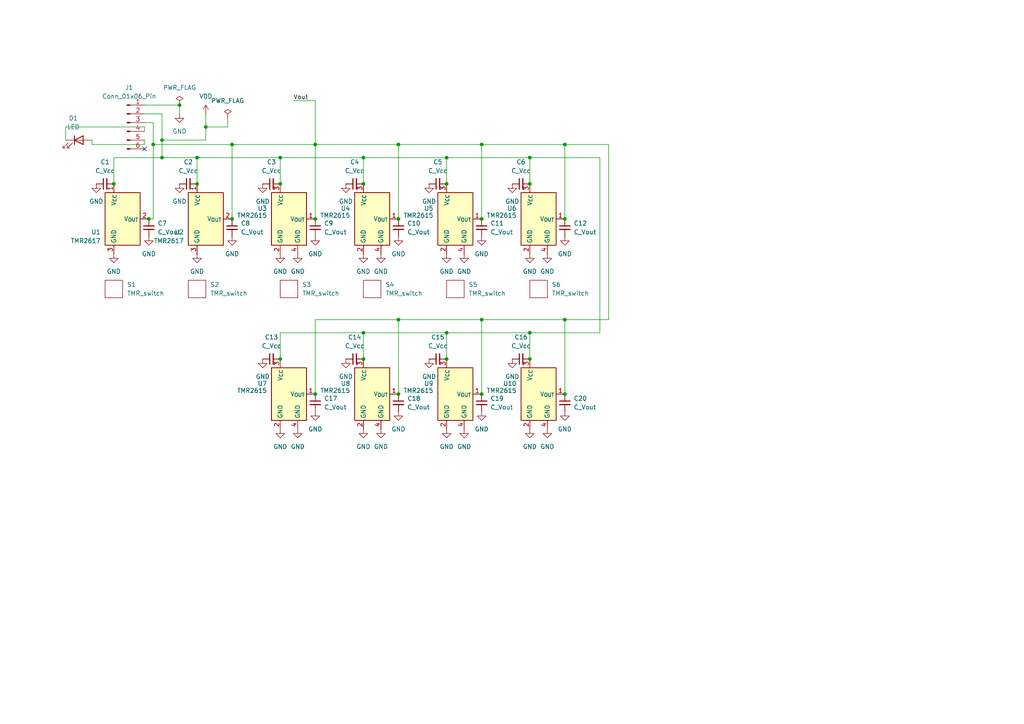
<source format=kicad_sch>
(kicad_sch (version 20250114) (generator "eeschema") (generator_version "9.0")
  (paper "A4")
  (lib_symbols
    (symbol "Connector:Conn_01x06_Pin" (pin_names (offset 1.016) (hide yes))
      (property "Reference" "J" (at 0 7.62 0))
      (property "Value" "Conn_01x06_Pin" (at 0 -10.16 0))
      (symbol "Conn_01x06_Pin_1_1"
        (rectangle (start 0.8636 5.207) (end 0 4.953) (stroke (width 0.1524)) (fill (type outline)))
        (rectangle (start 0.8636 2.667) (end 0 2.413) (stroke (width 0.1524)) (fill (type outline)))
        (rectangle (start 0.8636 0.127) (end 0 -0.127) (stroke (width 0.1524)) (fill (type outline)))
        (rectangle (start 0.8636 -2.413) (end 0 -2.667) (stroke (width 0.1524)) (fill (type outline)))
        (rectangle (start 0.8636 -4.953) (end 0 -5.207) (stroke (width 0.1524)) (fill (type outline)))
        (rectangle (start 0.8636 -7.493) (end 0 -7.747) (stroke (width 0.1524)) (fill (type outline)))
        (polyline (pts (xy 1.27 5.08) (xy 0.8636 5.08)) (stroke (width 0.1524)))
        (polyline (pts (xy 1.27 2.54) (xy 0.8636 2.54)) (stroke (width 0.1524)))
        (polyline (pts (xy 1.27 0) (xy 0.8636 0)) (stroke (width 0.1524)))
        (polyline (pts (xy 1.27 -2.54) (xy 0.8636 -2.54)) (stroke (width 0.1524)))
        (polyline (pts (xy 1.27 -5.08) (xy 0.8636 -5.08)) (stroke (width 0.1524)))
        (polyline (pts (xy 1.27 -7.62) (xy 0.8636 -7.62)) (stroke (width 0.1524)))
        (pin passive line (at 5.08 5.08 180) (length 3.81) (name "Pin_1") (number "1"))
        (pin passive line (at 5.08 2.54 180) (length 3.81) (name "Pin_2") (number "2"))
        (pin passive line (at 5.08 0 180) (length 3.81) (name "Pin_3") (number "3"))
        (pin passive line (at 5.08 -2.54 180) (length 3.81) (name "Pin_4") (number "4"))
        (pin passive line (at 5.08 -5.08 180) (length 3.81) (name "Pin_5") (number "5"))
        (pin passive line (at 5.08 -7.62 180) (length 3.81) (name "Pin_6") (number "6"))
      )
    )
    (symbol "Device:LED" (pin_numbers (hide yes)) (pin_names (offset 1.016) (hide yes))
      (property "Reference" "D" (at 0 2.54 0))
      (property "Value" "LED" (at 0 -2.54 0))
      (symbol "LED_0_1"
        (polyline (pts (xy -3.048 -0.762) (xy -4.572 -2.286) (xy -3.81 -2.286) (xy -4.572 -2.286) (xy -4.572 -1.524)))
        (polyline (pts (xy -1.778 -0.762) (xy -3.302 -2.286) (xy -2.54 -2.286) (xy -3.302 -2.286) (xy -3.302 -1.524)))
        (polyline (pts (xy -1.27 0) (xy 1.27 0)))
        (polyline (pts (xy -1.27 -1.27) (xy -1.27 1.27)) (stroke (width 0.254)))
        (polyline (pts (xy 1.27 -1.27) (xy 1.27 1.27) (xy -1.27 0) (xy 1.27 -1.27)) (stroke (width 0.254)))
      )
      (symbol "LED_1_1"
        (pin passive line (at -3.81 0 0) (length 2.54) (name "K") (number "1"))
        (pin passive line (at 3.81 0 180) (length 2.54) (name "A") (number "2"))
      )
    )
    (symbol "power:GND" (power) (pin_numbers (hide yes)) (pin_names (offset 0) (hide yes))
      (property "Value" "GND" (at 0 -3.81 0))
      (symbol "GND_0_1"
        (polyline (pts (xy 0 0) (xy 0 -1.27) (xy 1.27 -1.27) (xy 0 -2.54) (xy -1.27 -1.27) (xy 0 -1.27)))
      )
      (symbol "GND_1_1"
        (pin power_in line (at 0 0 270) (length 0) (name "~") (number "1"))
      )
    )
    (symbol "power:PWR_FLAG" (power) (pin_numbers (hide yes)) (pin_names (offset 0) (hide yes))
      (property "Value" "PWR_FLAG" (at 0 3.81 0))
      (symbol "PWR_FLAG_0_0"
        (pin power_out line (at 0 0 90) (length 0) (name "~") (number "1"))
      )
      (symbol "PWR_FLAG_0_1"
        (polyline (pts (xy 0 0) (xy 0 1.27) (xy -1.016 1.905) (xy 0 2.54) (xy 1.016 1.905) (xy 0 1.27)))
      )
    )
    (symbol "power:VDD" (power) (pin_numbers (hide yes)) (pin_names (offset 0) (hide yes))
      (property "Value" "VDD" (at 0 3.556 0))
      (symbol "VDD_0_1"
        (polyline (pts (xy -0.762 1.27) (xy 0 2.54)))
        (polyline (pts (xy 0 2.54) (xy 0.762 1.27)))
        (polyline (pts (xy 0 0) (xy 0 2.54)))
      )
      (symbol "VDD_1_1"
        (pin power_in line (at 0 0 90) (length 0) (name "~") (number "1"))
      )
    )
    (symbol "tmr-lib:C_Vcc" (pin_numbers (hide yes)) (pin_names (offset 0.254) (hide yes))
      (property "Reference" "C" (at 0.254 1.778 0))
      (property "Value" "C_Vcc" (at 0.254 -2.032 0))
      (symbol "C_Vcc_0_1"
        (polyline (pts (xy -1.524 0.508) (xy 1.524 0.508)) (stroke (width 0.3048)))
        (polyline (pts (xy -1.524 -0.508) (xy 1.524 -0.508)) (stroke (width 0.3302)))
      )
      (symbol "C_Vcc_1_1"
        (pin passive line (at 0 2.54 270) (length 2.032) (name "~") (number "1"))
        (pin passive line (at 0 -2.54 90) (length 2.032) (name "~") (number "2"))
      )
    )
    (symbol "tmr-lib:C_Vout" (pin_numbers (hide yes)) (pin_names (offset 0.254) (hide yes))
      (property "Reference" "C" (at 0.254 1.778 0))
      (property "Value" "C_Vout" (at 0.254 -2.032 0))
      (symbol "C_Vout_0_1"
        (polyline (pts (xy -1.524 0.508) (xy 1.524 0.508)) (stroke (width 0.3048)))
        (polyline (pts (xy -1.524 -0.508) (xy 1.524 -0.508)) (stroke (width 0.3302)))
      )
      (symbol "C_Vout_1_1"
        (pin passive line (at 0 2.54 270) (length 2.032) (name "~") (number "1"))
        (pin passive line (at 0 -2.54 90) (length 2.032) (name "~") (number "2"))
      )
    )
    (symbol "tmr-lib:TMR2615"
      (property "Reference" "U" (at 0 11.43 0))
      (property "Value" "TMR2615" (at 0 8.89 0))
      (symbol "TMR2615_0_1"
        (rectangle (start -5.08 7.62) (end 5.08 -7.62) (stroke (width 0.254)) (fill (type background)))
      )
      (symbol "TMR2615_1_1"
        (pin power_in line (at -2.54 10.16 270) (length 2.54) (name "V_{CC}") (number "3"))
        (pin power_in line (at -2.54 -10.16 90) (length 2.54) (name "GND") (number "2"))
        (pin power_in line (at 2.54 -10.16 90) (length 2.54) (name "GND") (number "4"))
        (pin open_collector line (at 7.62 0 180) (length 2.54) (name "V_{OUT}") (number "1"))
      )
    )
    (symbol "tmr-lib:TMR2617"
      (property "Reference" "U" (at 0 11.43 0))
      (property "Value" "TMR2617" (at 0 8.89 0))
      (symbol "TMR2617_0_1"
        (rectangle (start -5.08 7.62) (end 5.08 -7.62) (stroke (width 0.254)) (fill (type background)))
      )
      (symbol "TMR2617_1_1"
        (pin power_in line (at -2.54 10.16 270) (length 2.54) (name "V_{CC}") (number "1"))
        (pin power_in line (at -2.54 -10.16 90) (length 2.54) (name "GND") (number "3"))
        (pin open_collector line (at 7.62 0 180) (length 2.54) (name "V_{OUT}") (number "2"))
      )
    )
    (symbol "tmr-lib:TMR_switch"
      (property "Reference" "S" (at 0 3.81 0))
      (property "Value" "TMR_switch" (at 0 -3.81 0))
      (symbol "TMR_switch_0_1"
        (rectangle (start -2.54 2.54) (end 2.54 -2.54) (stroke (width 0.1524)))
      )
    )
  )
  (junction (at 139.7 41.91))
  (junction (at 105.41 96.52))
  (junction (at 105.41 53.34))
  (junction (at 67.31 41.91))
  (junction (at 139.7 114.3))
  (junction (at 129.54 53.34))
  (junction (at 81.28 104.14))
  (junction (at 153.67 53.34))
  (junction (at 91.44 114.3))
  (junction (at 33.02 53.34))
  (junction (at 163.83 63.5))
  (junction (at 163.83 92.71))
  (junction (at 52.07 30.48))
  (junction (at 129.54 104.14))
  (junction (at 91.44 63.5))
  (junction (at 153.67 96.52))
  (junction (at 115.57 41.91))
  (junction (at 44.45 41.91))
  (junction (at 43.18 63.5))
  (junction (at 129.54 45.72))
  (junction (at 46.99 45.72))
  (junction (at 139.7 63.5))
  (junction (at 115.57 63.5))
  (junction (at 163.83 114.3))
  (junction (at 153.67 45.72))
  (junction (at 163.83 41.91))
  (junction (at 46.99 40.64))
  (junction (at 115.57 114.3))
  (junction (at 139.7 92.71))
  (junction (at 115.57 92.71))
  (junction (at 59.69 36.83))
  (junction (at 91.44 41.91))
  (junction (at 81.28 45.72))
  (junction (at 153.67 104.14))
  (junction (at 67.31 63.5))
  (junction (at 129.54 96.52))
  (junction (at 105.41 104.14))
  (junction (at 57.15 53.34))
  (junction (at 105.41 45.72))
  (junction (at 81.28 53.34))
  (junction (at 57.15 45.72))
  (no_connect (at 41.91 43.18))
  (wire (pts (xy 115.57 92.71) (xy 139.7 92.71)))
  (wire (pts (xy 66.04 34.29) (xy 66.04 36.83)))
  (wire (pts (xy 57.15 45.72) (xy 81.28 45.72)))
  (wire (pts (xy 26.67 41.91) (xy 41.91 41.91)))
  (wire (pts (xy 115.57 41.91) (xy 115.57 63.5)))
  (wire (pts (xy 26.67 40.64) (xy 26.67 41.91)))
  (wire (pts (xy 105.41 45.72) (xy 105.41 53.34)))
  (wire (pts (xy 44.45 41.91) (xy 67.31 41.91)))
  (wire (pts (xy 59.69 40.64) (xy 46.99 40.64)))
  (wire (pts (xy 81.28 45.72) (xy 105.41 45.72)))
  (wire (pts (xy 163.83 92.71) (xy 163.83 114.3)))
  (wire (pts (xy 139.7 41.91) (xy 139.7 63.5)))
  (wire (pts (xy 91.44 41.91) (xy 91.44 63.5)))
  (wire (pts (xy 115.57 41.91) (xy 139.7 41.91)))
  (wire (pts (xy 91.44 92.71) (xy 91.44 114.3)))
  (wire (pts (xy 66.04 36.83) (xy 59.69 36.83)))
  (wire (pts (xy 41.91 30.48) (xy 52.07 30.48)))
  (wire (pts (xy 139.7 92.71) (xy 139.7 114.3)))
  (wire (pts (xy 46.99 33.02) (xy 46.99 40.64)))
  (wire (pts (xy 91.44 29.21) (xy 91.44 41.91)))
  (wire (pts (xy 44.45 41.91) (xy 44.45 63.5)))
  (wire (pts (xy 153.67 45.72) (xy 173.99 45.72)))
  (wire (pts (xy 59.69 33.02) (xy 59.69 36.83)))
  (wire (pts (xy 67.31 41.91) (xy 91.44 41.91)))
  (wire (pts (xy 19.05 40.64) (xy 19.05 36.83)))
  (wire (pts (xy 129.54 45.72) (xy 129.54 53.34)))
  (wire (pts (xy 139.7 41.91) (xy 163.83 41.91)))
  (wire (pts (xy 81.28 96.52) (xy 81.28 104.14)))
  (wire (pts (xy 46.99 40.64) (xy 46.99 45.72)))
  (wire (pts (xy 41.91 33.02) (xy 46.99 33.02)))
  (wire (pts (xy 129.54 96.52) (xy 129.54 104.14)))
  (wire (pts (xy 52.07 30.48) (xy 52.07 33.02)))
  (wire (pts (xy 19.05 36.83) (xy 41.91 36.83)))
  (wire (pts (xy 173.99 45.72) (xy 173.99 96.52)))
  (wire (pts (xy 44.45 63.5) (xy 43.18 63.5)))
  (wire (pts (xy 57.15 45.72) (xy 57.15 53.34)))
  (wire (pts (xy 129.54 96.52) (xy 153.67 96.52)))
  (wire (pts (xy 105.41 96.52) (xy 105.41 104.14)))
  (wire (pts (xy 153.67 45.72) (xy 153.67 53.34)))
  (wire (pts (xy 81.28 45.72) (xy 81.28 53.34)))
  (wire (pts (xy 105.41 96.52) (xy 129.54 96.52)))
  (wire (pts (xy 163.83 41.91) (xy 176.53 41.91)))
  (wire (pts (xy 85.09 29.21) (xy 91.44 29.21)))
  (wire (pts (xy 176.53 92.71) (xy 163.83 92.71)))
  (wire (pts (xy 44.45 35.56) (xy 44.45 41.91)))
  (wire (pts (xy 41.91 41.91) (xy 41.91 40.64)))
  (wire (pts (xy 41.91 36.83) (xy 41.91 38.1)))
  (wire (pts (xy 59.69 36.83) (xy 59.69 40.64)))
  (wire (pts (xy 129.54 45.72) (xy 153.67 45.72)))
  (wire (pts (xy 105.41 45.72) (xy 129.54 45.72)))
  (wire (pts (xy 139.7 92.71) (xy 163.83 92.71)))
  (wire (pts (xy 46.99 45.72) (xy 57.15 45.72)))
  (wire (pts (xy 173.99 96.52) (xy 153.67 96.52)))
  (wire (pts (xy 163.83 41.91) (xy 163.83 63.5)))
  (wire (pts (xy 176.53 41.91) (xy 176.53 92.71)))
  (wire (pts (xy 46.99 45.72) (xy 33.02 45.72)))
  (wire (pts (xy 33.02 45.72) (xy 33.02 53.34)))
  (wire (pts (xy 41.91 35.56) (xy 44.45 35.56)))
  (wire (pts (xy 67.31 41.91) (xy 67.31 63.5)))
  (wire (pts (xy 91.44 92.71) (xy 115.57 92.71)))
  (wire (pts (xy 115.57 92.71) (xy 115.57 114.3)))
  (wire (pts (xy 153.67 96.52) (xy 153.67 104.14)))
  (wire (pts (xy 81.28 96.52) (xy 105.41 96.52)))
  (wire (pts (xy 91.44 41.91) (xy 115.57 41.91)))
  (label "Vout" (at 85.09 29.21 0))
  (symbol (lib_id "tmr-lib:C_Vcc") (at 30.48 53.34 90) (unit 1)
    (property "Reference" "C1" (at 30.4863 46.99 90))
    (property "Value" "C_Vcc" (at 30.4863 49.53 90))
    (property "Footprint" "tmr-lib:C_0603_1608Metric" (effects (hide yes)))
    (property "Description" "Unpolarized capacitor, small symbol, 0.1uF" (effects (hide yes)))
  )
  (symbol (lib_id "power:GND") (at 43.18 68.58 0) (unit 1)
    (property "Reference" "#PWR09" (effects (hide yes)))
    (property "Value" "GND" (at 43.18 73.66 0))
    (property "Description" "Power symbol creates a global label with name \"GND\" , ground" (effects (hide yes)))
  )
  (symbol (lib_id "tmr-lib:TMR2615") (at 156.21 63.5 0) (unit 1)
    (property "Reference" "U6" (at 149.86 60.452 0) (effects (justify right)))
    (property "Value" "TMR2615" (at 149.86 62.484 0) (effects (justify right)))
    (property "Footprint" "tmr-lib:DFN-3L-1.6x1.6" (effects (hide yes)))
    (property "Description" "TMR sensor by MDT, x-axis sensitivity, DFN" (effects (hide yes)))
  )
  (symbol (lib_id "power:GND") (at 91.44 68.58 0) (unit 1)
    (property "Reference" "#PWR011" (effects (hide yes)))
    (property "Value" "GND" (at 91.44 73.66 0))
    (property "Description" "Power symbol creates a global label with name \"GND\" , ground" (effects (hide yes)))
  )
  (symbol (lib_id "power:GND") (at 100.33 104.14 0) (unit 1)
    (property "Reference" "#PWR026" (effects (hide yes)))
    (property "Value" "GND" (at 100.33 109.22 0))
    (property "Description" "Power symbol creates a global label with name \"GND\" , ground" (effects (hide yes)))
  )
  (symbol (lib_id "power:GND") (at 100.33 53.34 0) (unit 1)
    (property "Reference" "#PWR06" (effects (hide yes)))
    (property "Value" "GND" (at 100.33 58.42 0))
    (property "Description" "Power symbol creates a global label with name \"GND\" , ground" (effects (hide yes)))
  )
  (symbol (lib_id "tmr-lib:C_Vcc") (at 151.13 53.34 90) (unit 1)
    (property "Reference" "C6" (at 151.1363 46.99 90))
    (property "Value" "C_Vcc" (at 151.1363 49.53 90))
    (property "Footprint" "tmr-lib:C_0603_1608Metric" (effects (hide yes)))
    (property "Description" "Unpolarized capacitor, small symbol, 0.1uF" (effects (hide yes)))
  )
  (symbol (lib_id "tmr-lib:TMR_switch") (at 33.02 83.82 0) (unit 1)
    (property "Reference" "S1" (at 36.83 82.5499 0) (effects (justify left)))
    (property "Value" "TMR_switch" (at 36.83 85.0899 0) (effects (justify left)))
    (property "Footprint" "tmr-lib:combined_sw_lowpro" (effects (hide yes)))
  )
  (symbol (lib_id "tmr-lib:C_Vout") (at 91.44 116.84 0) (unit 1)
    (property "Reference" "C17" (at 93.98 115.5762 0) (effects (justify left)))
    (property "Value" "C_Vout" (at 93.98 118.1162 0) (effects (justify left)))
    (property "Footprint" "tmr-lib:C_0603_1608Metric" (effects (hide yes)))
    (property "Description" "Unpolarized capacitor, small symbol, 0.1nF" (effects (hide yes)))
  )
  (symbol (lib_id "tmr-lib:TMR_switch") (at 156.21 83.82 0) (unit 1)
    (property "Reference" "S6" (at 160.02 82.5499 0) (effects (justify left)))
    (property "Value" "TMR_switch" (at 160.02 85.0899 0) (effects (justify left)))
    (property "Footprint" "tmr-lib:combined_sw_lowpro" (effects (hide yes)))
  )
  (symbol (lib_id "power:GND") (at 27.94 53.34 0) (unit 1)
    (property "Reference" "#PWR03" (effects (hide yes)))
    (property "Value" "GND" (at 27.94 58.42 0))
    (property "Description" "Power symbol creates a global label with name \"GND\" , ground" (effects (hide yes)))
  )
  (symbol (lib_id "power:GND") (at 163.83 68.58 0) (unit 1)
    (property "Reference" "#PWR014" (effects (hide yes)))
    (property "Value" "GND" (at 163.83 73.66 0))
    (property "Description" "Power symbol creates a global label with name \"GND\" , ground" (effects (hide yes)))
  )
  (symbol (lib_id "power:GND") (at 81.28 73.66 0) (unit 1)
    (property "Reference" "#PWR017" (effects (hide yes)))
    (property "Value" "GND" (at 81.28 78.74 0))
    (property "Description" "Power symbol creates a global label with name \"GND\" , ground" (effects (hide yes)))
  )
  (symbol (lib_id "power:PWR_FLAG") (at 52.07 30.48 0) (unit 1)
    (property "Reference" "#FLG01" (effects (hide yes)))
    (property "Value" "PWR_FLAG" (at 52.07 25.4 0))
    (property "Description" "Special symbol for telling ERC where power comes from" (effects (hide yes)))
  )
  (symbol (lib_id "tmr-lib:C_Vout") (at 115.57 116.84 0) (unit 1)
    (property "Reference" "C18" (at 118.11 115.5762 0) (effects (justify left)))
    (property "Value" "C_Vout" (at 118.11 118.1162 0) (effects (justify left)))
    (property "Footprint" "tmr-lib:C_0603_1608Metric" (effects (hide yes)))
    (property "Description" "Unpolarized capacitor, small symbol, 0.1nF" (effects (hide yes)))
  )
  (symbol (lib_id "tmr-lib:C_Vcc") (at 78.74 53.34 90) (unit 1)
    (property "Reference" "C3" (at 78.7463 46.99 90))
    (property "Value" "C_Vcc" (at 78.7463 49.53 90))
    (property "Footprint" "tmr-lib:C_0603_1608Metric" (effects (hide yes)))
    (property "Description" "Unpolarized capacitor, small symbol, 0.1uF" (effects (hide yes)))
  )
  (symbol (lib_id "tmr-lib:TMR2617") (at 59.69 63.5 0) (unit 1)
    (property "Reference" "U2" (at 53.34 67.31 0) (effects (justify right)))
    (property "Value" "TMR2617" (at 53.34 69.85 0) (effects (justify right)))
    (property "Footprint" "tmr-lib:SOT-23-3" (effects (hide yes)))
    (property "Description" "TMR sensor by MDT, z-axis sensitivity, SOT23-3" (effects (hide yes)))
  )
  (symbol (lib_id "power:GND") (at 76.2 104.14 0) (unit 1)
    (property "Reference" "#PWR025" (effects (hide yes)))
    (property "Value" "GND" (at 76.2 109.22 0))
    (property "Description" "Power symbol creates a global label with name \"GND\" , ground" (effects (hide yes)))
  )
  (symbol (lib_id "tmr-lib:TMR_switch") (at 132.08 83.82 0) (unit 1)
    (property "Reference" "S5" (at 135.89 82.5499 0) (effects (justify left)))
    (property "Value" "TMR_switch" (at 135.89 85.0899 0) (effects (justify left)))
    (property "Footprint" "tmr-lib:combined_sw_lowpro" (effects (hide yes)))
  )
  (symbol (lib_id "tmr-lib:C_Vcc") (at 102.87 53.34 90) (unit 1)
    (property "Reference" "C4" (at 102.8763 46.99 90))
    (property "Value" "C_Vcc" (at 102.8763 49.53 90))
    (property "Footprint" "tmr-lib:C_0603_1608Metric" (effects (hide yes)))
    (property "Description" "Unpolarized capacitor, small symbol, 0.1uF" (effects (hide yes)))
  )
  (symbol (lib_id "Connector:Conn_01x06_Pin") (at 36.83 35.56 0) (unit 1)
    (property "Reference" "J1" (at 37.465 25.4 0))
    (property "Value" "Conn_01x06_Pin" (at 37.465 27.94 0))
    (property "Footprint" "Connector_PinHeader_2.54mm:PinHeader_1x06_P2.54mm_Vertical" (effects (hide yes)))
    (property "Description" "Generic connector, single row, 01x06, script generated" (effects (hide yes)))
  )
  (symbol (lib_id "tmr-lib:C_Vcc") (at 54.61 53.34 90) (unit 1)
    (property "Reference" "C2" (at 54.6163 46.99 90))
    (property "Value" "C_Vcc" (at 54.6163 49.53 90))
    (property "Footprint" "tmr-lib:C_0603_1608Metric" (effects (hide yes)))
    (property "Description" "Unpolarized capacitor, small symbol, 0.1uF" (effects (hide yes)))
  )
  (symbol (lib_id "Device:LED") (at 22.86 40.64 0) (unit 1)
    (property "Reference" "D1" (at 21.2725 34.29 0))
    (property "Value" "LED" (at 21.2725 36.83 0))
    (property "Footprint" "tmr-lib:LED_1206_THT" (effects (hide yes)))
    (property "Description" "Light emitting diode" (effects (hide yes)))
    (property "Sim.Pins" "1=K 2=A" (effects (hide yes)))
  )
  (symbol (lib_id "power:GND") (at 52.07 53.34 0) (unit 1)
    (property "Reference" "#PWR04" (effects (hide yes)))
    (property "Value" "GND" (at 52.07 58.42 0))
    (property "Description" "Power symbol creates a global label with name \"GND\" , ground" (effects (hide yes)))
  )
  (symbol (lib_id "tmr-lib:C_Vout") (at 139.7 116.84 0) (unit 1)
    (property "Reference" "C19" (at 142.24 115.5762 0) (effects (justify left)))
    (property "Value" "C_Vout" (at 142.24 118.1162 0) (effects (justify left)))
    (property "Footprint" "tmr-lib:C_0603_1608Metric" (effects (hide yes)))
    (property "Description" "Unpolarized capacitor, small symbol, 0.1nF" (effects (hide yes)))
  )
  (symbol (lib_id "power:PWR_FLAG") (at 66.04 34.29 0) (unit 1)
    (property "Reference" "#FLG02" (effects (hide yes)))
    (property "Value" "PWR_FLAG" (at 66.04 29.21 0))
    (property "Description" "Special symbol for telling ERC where power comes from" (effects (hide yes)))
  )
  (symbol (lib_id "power:GND") (at 129.54 73.66 0) (unit 1)
    (property "Reference" "#PWR021" (effects (hide yes)))
    (property "Value" "GND" (at 129.54 78.74 0))
    (property "Description" "Power symbol creates a global label with name \"GND\" , ground" (effects (hide yes)))
  )
  (symbol (lib_id "power:GND") (at 52.07 33.02 0) (unit 1)
    (property "Reference" "#PWR01" (effects (hide yes)))
    (property "Value" "GND" (at 52.07 38.1 0))
    (property "Description" "Power symbol creates a global label with name \"GND\" , ground" (effects (hide yes)))
  )
  (symbol (lib_id "tmr-lib:TMR2615") (at 156.21 114.3 0) (unit 1)
    (property "Reference" "U10" (at 149.86 111.252 0) (effects (justify right)))
    (property "Value" "TMR2615" (at 149.86 113.284 0) (effects (justify right)))
    (property "Footprint" "tmr-lib:DFN-3L-1.6x1.6" (effects (hide yes)))
    (property "Description" "TMR sensor by MDT, x-axis sensitivity, DFN" (effects (hide yes)))
  )
  (symbol (lib_id "tmr-lib:TMR_switch") (at 83.82 83.82 0) (unit 1)
    (property "Reference" "S3" (at 87.63 82.5499 0) (effects (justify left)))
    (property "Value" "TMR_switch" (at 87.63 85.0899 0) (effects (justify left)))
    (property "Footprint" "tmr-lib:combined_sw_lowpro" (effects (hide yes)))
  )
  (symbol (lib_id "power:GND") (at 105.41 124.46 0) (unit 1)
    (property "Reference" "#PWR035" (effects (hide yes)))
    (property "Value" "GND" (at 105.41 129.54 0))
    (property "Description" "Power symbol creates a global label with name \"GND\" , ground" (effects (hide yes)))
  )
  (symbol (lib_id "power:GND") (at 129.54 124.46 0) (unit 1)
    (property "Reference" "#PWR037" (effects (hide yes)))
    (property "Value" "GND" (at 129.54 129.54 0))
    (property "Description" "Power symbol creates a global label with name \"GND\" , ground" (effects (hide yes)))
  )
  (symbol (lib_id "power:GND") (at 134.62 73.66 0) (unit 1)
    (property "Reference" "#PWR022" (effects (hide yes)))
    (property "Value" "GND" (at 134.62 78.74 0))
    (property "Description" "Power symbol creates a global label with name \"GND\" , ground" (effects (hide yes)))
  )
  (symbol (lib_id "tmr-lib:TMR2615") (at 107.95 114.3 0) (unit 1)
    (property "Reference" "U8" (at 101.6 111.252 0) (effects (justify right)))
    (property "Value" "TMR2615" (at 101.6 113.284 0) (effects (justify right)))
    (property "Footprint" "tmr-lib:DFN-3L-1.6x1.6" (effects (hide yes)))
    (property "Description" "TMR sensor by MDT, x-axis sensitivity, DFN" (effects (hide yes)))
  )
  (symbol (lib_id "power:GND") (at 158.75 124.46 0) (unit 1)
    (property "Reference" "#PWR040" (effects (hide yes)))
    (property "Value" "GND" (at 158.75 129.54 0))
    (property "Description" "Power symbol creates a global label with name \"GND\" , ground" (effects (hide yes)))
  )
  (symbol (lib_id "power:GND") (at 67.31 68.58 0) (unit 1)
    (property "Reference" "#PWR010" (effects (hide yes)))
    (property "Value" "GND" (at 67.31 73.66 0))
    (property "Description" "Power symbol creates a global label with name \"GND\" , ground" (effects (hide yes)))
  )
  (symbol (lib_id "power:VDD") (at 59.69 33.02 0) (unit 1)
    (property "Reference" "#PWR02" (effects (hide yes)))
    (property "Value" "VDD" (at 59.69 27.94 0))
    (property "Description" "Power symbol creates a global label with name \"VDD\"" (effects (hide yes)))
  )
  (symbol (lib_id "tmr-lib:C_Vout") (at 43.18 66.04 0) (unit 1)
    (property "Reference" "C7" (at 45.72 64.7762 0) (effects (justify left)))
    (property "Value" "C_Vout" (at 45.72 67.3162 0) (effects (justify left)))
    (property "Footprint" "tmr-lib:C_0603_1608Metric" (effects (hide yes)))
    (property "Description" "Unpolarized capacitor, small symbol, 0.1nF" (effects (hide yes)))
  )
  (symbol (lib_id "tmr-lib:C_Vcc") (at 102.87 104.14 90) (unit 1)
    (property "Reference" "C14" (at 102.8763 97.79 90))
    (property "Value" "C_Vcc" (at 102.8763 100.33 90))
    (property "Footprint" "tmr-lib:C_0603_1608Metric" (effects (hide yes)))
    (property "Description" "Unpolarized capacitor, small symbol, 0.1uF" (effects (hide yes)))
  )
  (symbol (lib_id "tmr-lib:C_Vout") (at 67.31 66.04 0) (unit 1)
    (property "Reference" "C8" (at 69.85 64.7762 0) (effects (justify left)))
    (property "Value" "C_Vout" (at 69.85 67.3162 0) (effects (justify left)))
    (property "Footprint" "tmr-lib:C_0603_1608Metric" (effects (hide yes)))
    (property "Description" "Unpolarized capacitor, small symbol, 0.1nF" (effects (hide yes)))
  )
  (symbol (lib_id "power:GND") (at 115.57 68.58 0) (unit 1)
    (property "Reference" "#PWR012" (effects (hide yes)))
    (property "Value" "GND" (at 115.57 73.66 0))
    (property "Description" "Power symbol creates a global label with name \"GND\" , ground" (effects (hide yes)))
  )
  (symbol (lib_id "power:GND") (at 163.83 119.38 0) (unit 1)
    (property "Reference" "#PWR032" (effects (hide yes)))
    (property "Value" "GND" (at 163.83 124.46 0))
    (property "Description" "Power symbol creates a global label with name \"GND\" , ground" (effects (hide yes)))
  )
  (symbol (lib_id "tmr-lib:TMR2617") (at 35.56 63.5 0) (unit 1)
    (property "Reference" "U1" (at 29.21 67.31 0) (effects (justify right)))
    (property "Value" "TMR2617" (at 29.21 69.85 0) (effects (justify right)))
    (property "Footprint" "tmr-lib:SOT-23-3" (effects (hide yes)))
    (property "Description" "TMR sensor by MDT, z-axis sensitivity, SOT23-3" (effects (hide yes)))
  )
  (symbol (lib_id "tmr-lib:C_Vcc") (at 127 53.34 90) (unit 1)
    (property "Reference" "C5" (at 127.0063 46.99 90))
    (property "Value" "C_Vcc" (at 127.0063 49.53 90))
    (property "Footprint" "tmr-lib:C_0603_1608Metric" (effects (hide yes)))
    (property "Description" "Unpolarized capacitor, small symbol, 0.1uF" (effects (hide yes)))
  )
  (symbol (lib_id "power:GND") (at 139.7 119.38 0) (unit 1)
    (property "Reference" "#PWR031" (effects (hide yes)))
    (property "Value" "GND" (at 139.7 124.46 0))
    (property "Description" "Power symbol creates a global label with name \"GND\" , ground" (effects (hide yes)))
  )
  (symbol (lib_id "power:GND") (at 86.36 124.46 0) (unit 1)
    (property "Reference" "#PWR034" (effects (hide yes)))
    (property "Value" "GND" (at 86.36 129.54 0))
    (property "Description" "Power symbol creates a global label with name \"GND\" , ground" (effects (hide yes)))
  )
  (symbol (lib_id "tmr-lib:TMR2615") (at 83.82 114.3 0) (unit 1)
    (property "Reference" "U7" (at 77.47 111.252 0) (effects (justify right)))
    (property "Value" "TMR2615" (at 77.47 113.284 0) (effects (justify right)))
    (property "Footprint" "tmr-lib:DFN-3L-1.6x1.6" (effects (hide yes)))
    (property "Description" "TMR sensor by MDT, x-axis sensitivity, DFN" (effects (hide yes)))
  )
  (symbol (lib_id "tmr-lib:TMR2615") (at 83.82 63.5 0) (unit 1)
    (property "Reference" "U3" (at 77.47 60.452 0) (effects (justify right)))
    (property "Value" "TMR2615" (at 77.47 62.484 0) (effects (justify right)))
    (property "Footprint" "tmr-lib:DFN-3L-1.6x1.6" (effects (hide yes)))
    (property "Description" "TMR sensor by MDT, x-axis sensitivity, DFN" (effects (hide yes)))
  )
  (symbol (lib_id "power:GND") (at 158.75 73.66 0) (unit 1)
    (property "Reference" "#PWR024" (effects (hide yes)))
    (property "Value" "GND" (at 158.75 78.74 0))
    (property "Description" "Power symbol creates a global label with name \"GND\" , ground" (effects (hide yes)))
  )
  (symbol (lib_id "power:GND") (at 110.49 73.66 0) (unit 1)
    (property "Reference" "#PWR020" (effects (hide yes)))
    (property "Value" "GND" (at 110.49 78.74 0))
    (property "Description" "Power symbol creates a global label with name \"GND\" , ground" (effects (hide yes)))
  )
  (symbol (lib_id "power:GND") (at 110.49 124.46 0) (unit 1)
    (property "Reference" "#PWR036" (effects (hide yes)))
    (property "Value" "GND" (at 110.49 129.54 0))
    (property "Description" "Power symbol creates a global label with name \"GND\" , ground" (effects (hide yes)))
  )
  (symbol (lib_id "tmr-lib:TMR2615") (at 132.08 114.3 0) (unit 1)
    (property "Reference" "U9" (at 125.73 111.252 0) (effects (justify right)))
    (property "Value" "TMR2615" (at 125.73 113.284 0) (effects (justify right)))
    (property "Footprint" "tmr-lib:DFN-3L-1.6x1.6" (effects (hide yes)))
    (property "Description" "TMR sensor by MDT, x-axis sensitivity, DFN" (effects (hide yes)))
  )
  (symbol (lib_id "tmr-lib:TMR_switch") (at 107.95 83.82 0) (unit 1)
    (property "Reference" "S4" (at 111.76 82.5499 0) (effects (justify left)))
    (property "Value" "TMR_switch" (at 111.76 85.0899 0) (effects (justify left)))
    (property "Footprint" "tmr-lib:combined_sw_lowpro" (effects (hide yes)))
  )
  (symbol (lib_id "tmr-lib:C_Vout") (at 163.83 116.84 0) (unit 1)
    (property "Reference" "C20" (at 166.37 115.5762 0) (effects (justify left)))
    (property "Value" "C_Vout" (at 166.37 118.1162 0) (effects (justify left)))
    (property "Footprint" "tmr-lib:C_0603_1608Metric" (effects (hide yes)))
    (property "Description" "Unpolarized capacitor, small symbol, 0.1nF" (effects (hide yes)))
  )
  (symbol (lib_id "power:GND") (at 153.67 124.46 0) (unit 1)
    (property "Reference" "#PWR039" (effects (hide yes)))
    (property "Value" "GND" (at 153.67 129.54 0))
    (property "Description" "Power symbol creates a global label with name \"GND\" , ground" (effects (hide yes)))
  )
  (symbol (lib_id "tmr-lib:C_Vout") (at 163.83 66.04 0) (unit 1)
    (property "Reference" "C12" (at 166.37 64.7762 0) (effects (justify left)))
    (property "Value" "C_Vout" (at 166.37 67.3162 0) (effects (justify left)))
    (property "Footprint" "tmr-lib:C_0603_1608Metric" (effects (hide yes)))
    (property "Description" "Unpolarized capacitor, small symbol, 0.1nF" (effects (hide yes)))
  )
  (symbol (lib_id "power:GND") (at 148.59 53.34 0) (unit 1)
    (property "Reference" "#PWR08" (effects (hide yes)))
    (property "Value" "GND" (at 148.59 58.42 0))
    (property "Description" "Power symbol creates a global label with name \"GND\" , ground" (effects (hide yes)))
  )
  (symbol (lib_id "power:GND") (at 153.67 73.66 0) (unit 1)
    (property "Reference" "#PWR023" (effects (hide yes)))
    (property "Value" "GND" (at 153.67 78.74 0))
    (property "Description" "Power symbol creates a global label with name \"GND\" , ground" (effects (hide yes)))
  )
  (symbol (lib_id "tmr-lib:C_Vcc") (at 127 104.14 90) (unit 1)
    (property "Reference" "C15" (at 127.0063 97.79 90))
    (property "Value" "C_Vcc" (at 127.0063 100.33 90))
    (property "Footprint" "tmr-lib:C_0603_1608Metric" (effects (hide yes)))
    (property "Description" "Unpolarized capacitor, small symbol, 0.1uF" (effects (hide yes)))
  )
  (symbol (lib_id "tmr-lib:TMR2615") (at 107.95 63.5 0) (unit 1)
    (property "Reference" "U4" (at 101.6 60.452 0) (effects (justify right)))
    (property "Value" "TMR2615" (at 101.6 62.484 0) (effects (justify right)))
    (property "Footprint" "tmr-lib:DFN-3L-1.6x1.6" (effects (hide yes)))
    (property "Description" "TMR sensor by MDT, x-axis sensitivity, DFN" (effects (hide yes)))
  )
  (symbol (lib_id "tmr-lib:C_Vout") (at 91.44 66.04 0) (unit 1)
    (property "Reference" "C9" (at 93.98 64.7762 0) (effects (justify left)))
    (property "Value" "C_Vout" (at 93.98 67.3162 0) (effects (justify left)))
    (property "Footprint" "tmr-lib:C_0603_1608Metric" (effects (hide yes)))
    (property "Description" "Unpolarized capacitor, small symbol, 0.1nF" (effects (hide yes)))
  )
  (symbol (lib_id "power:GND") (at 105.41 73.66 0) (unit 1)
    (property "Reference" "#PWR019" (effects (hide yes)))
    (property "Value" "GND" (at 105.41 78.74 0))
    (property "Description" "Power symbol creates a global label with name \"GND\" , ground" (effects (hide yes)))
  )
  (symbol (lib_id "power:GND") (at 124.46 104.14 0) (unit 1)
    (property "Reference" "#PWR027" (effects (hide yes)))
    (property "Value" "GND" (at 124.46 109.22 0))
    (property "Description" "Power symbol creates a global label with name \"GND\" , ground" (effects (hide yes)))
  )
  (symbol (lib_id "tmr-lib:TMR2615") (at 132.08 63.5 0) (unit 1)
    (property "Reference" "U5" (at 125.73 60.452 0) (effects (justify right)))
    (property "Value" "TMR2615" (at 125.73 62.484 0) (effects (justify right)))
    (property "Footprint" "tmr-lib:DFN-3L-1.6x1.6" (effects (hide yes)))
    (property "Description" "TMR sensor by MDT, x-axis sensitivity, DFN" (effects (hide yes)))
  )
  (symbol (lib_id "tmr-lib:C_Vcc") (at 151.13 104.14 90) (unit 1)
    (property "Reference" "C16" (at 151.1363 97.79 90))
    (property "Value" "C_Vcc" (at 151.1363 100.33 90))
    (property "Footprint" "tmr-lib:C_0603_1608Metric" (effects (hide yes)))
    (property "Description" "Unpolarized capacitor, small symbol, 0.1uF" (effects (hide yes)))
  )
  (symbol (lib_id "power:GND") (at 134.62 124.46 0) (unit 1)
    (property "Reference" "#PWR038" (effects (hide yes)))
    (property "Value" "GND" (at 134.62 129.54 0))
    (property "Description" "Power symbol creates a global label with name \"GND\" , ground" (effects (hide yes)))
  )
  (symbol (lib_id "power:GND") (at 76.2 53.34 0) (unit 1)
    (property "Reference" "#PWR05" (effects (hide yes)))
    (property "Value" "GND" (at 76.2 58.42 0))
    (property "Description" "Power symbol creates a global label with name \"GND\" , ground" (effects (hide yes)))
  )
  (symbol (lib_id "tmr-lib:C_Vout") (at 139.7 66.04 0) (unit 1)
    (property "Reference" "C11" (at 142.24 64.7762 0) (effects (justify left)))
    (property "Value" "C_Vout" (at 142.24 67.3162 0) (effects (justify left)))
    (property "Footprint" "tmr-lib:C_0603_1608Metric" (effects (hide yes)))
    (property "Description" "Unpolarized capacitor, small symbol, 0.1nF" (effects (hide yes)))
  )
  (symbol (lib_id "power:GND") (at 148.59 104.14 0) (unit 1)
    (property "Reference" "#PWR028" (effects (hide yes)))
    (property "Value" "GND" (at 148.59 109.22 0))
    (property "Description" "Power symbol creates a global label with name \"GND\" , ground" (effects (hide yes)))
  )
  (symbol (lib_id "power:GND") (at 139.7 68.58 0) (unit 1)
    (property "Reference" "#PWR013" (effects (hide yes)))
    (property "Value" "GND" (at 139.7 73.66 0))
    (property "Description" "Power symbol creates a global label with name \"GND\" , ground" (effects (hide yes)))
  )
  (symbol (lib_id "power:GND") (at 86.36 73.66 0) (unit 1)
    (property "Reference" "#PWR018" (effects (hide yes)))
    (property "Value" "GND" (at 86.36 78.74 0))
    (property "Description" "Power symbol creates a global label with name \"GND\" , ground" (effects (hide yes)))
  )
  (symbol (lib_id "tmr-lib:C_Vcc") (at 78.74 104.14 90) (unit 1)
    (property "Reference" "C13" (at 78.7463 97.79 90))
    (property "Value" "C_Vcc" (at 78.7463 100.33 90))
    (property "Footprint" "tmr-lib:C_0603_1608Metric" (effects (hide yes)))
    (property "Description" "Unpolarized capacitor, small symbol, 0.1uF" (effects (hide yes)))
  )
  (symbol (lib_id "power:GND") (at 124.46 53.34 0) (unit 1)
    (property "Reference" "#PWR07" (effects (hide yes)))
    (property "Value" "GND" (at 124.46 58.42 0))
    (property "Description" "Power symbol creates a global label with name \"GND\" , ground" (effects (hide yes)))
  )
  (symbol (lib_id "power:GND") (at 57.15 73.66 0) (unit 1)
    (property "Reference" "#PWR016" (effects (hide yes)))
    (property "Value" "GND" (at 57.15 78.74 0))
    (property "Description" "Power symbol creates a global label with name \"GND\" , ground" (effects (hide yes)))
  )
  (symbol (lib_id "power:GND") (at 115.57 119.38 0) (unit 1)
    (property "Reference" "#PWR030" (effects (hide yes)))
    (property "Value" "GND" (at 115.57 124.46 0))
    (property "Description" "Power symbol creates a global label with name \"GND\" , ground" (effects (hide yes)))
  )
  (symbol (lib_id "power:GND") (at 33.02 73.66 0) (unit 1)
    (property "Reference" "#PWR015" (effects (hide yes)))
    (property "Value" "GND" (at 33.02 78.74 0))
    (property "Description" "Power symbol creates a global label with name \"GND\" , ground" (effects (hide yes)))
  )
  (symbol (lib_id "power:GND") (at 91.44 119.38 0) (unit 1)
    (property "Reference" "#PWR029" (effects (hide yes)))
    (property "Value" "GND" (at 91.44 124.46 0))
    (property "Description" "Power symbol creates a global label with name \"GND\" , ground" (effects (hide yes)))
  )
  (symbol (lib_id "tmr-lib:TMR_switch") (at 57.15 83.82 0) (unit 1)
    (property "Reference" "S2" (at 60.96 82.5499 0) (effects (justify left)))
    (property "Value" "TMR_switch" (at 60.96 85.0899 0) (effects (justify left)))
    (property "Footprint" "tmr-lib:combined_sw_lowpro" (effects (hide yes)))
  )
  (symbol (lib_id "tmr-lib:C_Vout") (at 115.57 66.04 0) (unit 1)
    (property "Reference" "C10" (at 118.11 64.7762 0) (effects (justify left)))
    (property "Value" "C_Vout" (at 118.11 67.3162 0) (effects (justify left)))
    (property "Footprint" "tmr-lib:C_0603_1608Metric" (effects (hide yes)))
    (property "Description" "Unpolarized capacitor, small symbol, 0.1nF" (effects (hide yes)))
  )
  (symbol (lib_id "power:GND") (at 81.28 124.46 0) (unit 1)
    (property "Reference" "#PWR033" (effects (hide yes)))
    (property "Value" "GND" (at 81.28 129.54 0))
    (property "Description" "Power symbol creates a global label with name \"GND\" , ground" (effects (hide yes)))
  )
)
</source>
